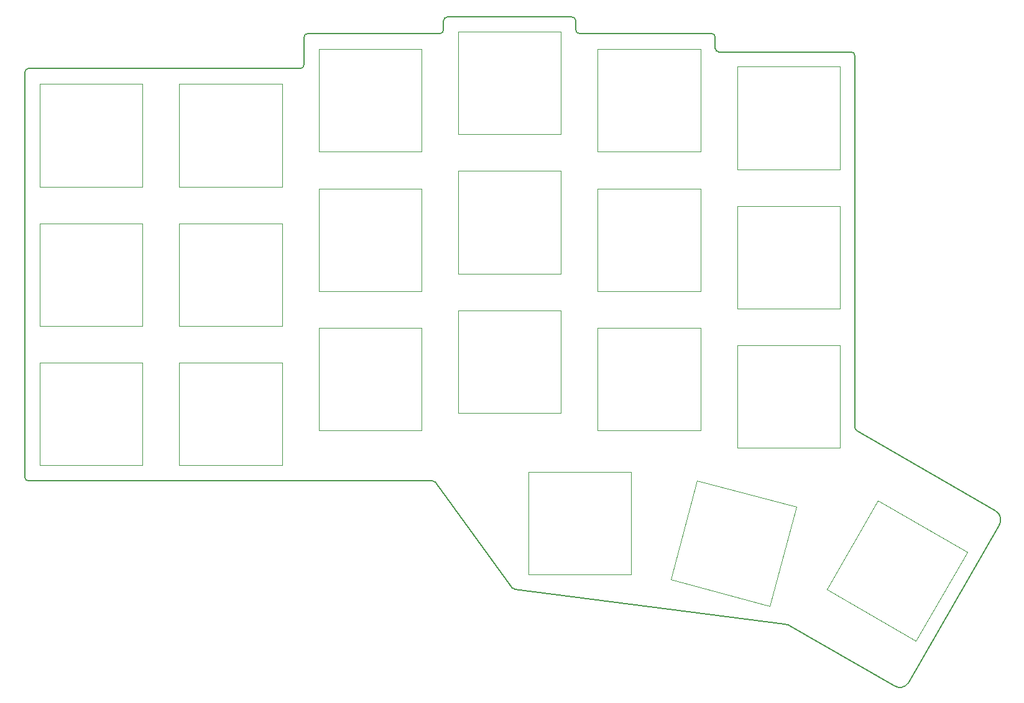
<source format=gm1>
G04 #@! TF.GenerationSoftware,KiCad,Pcbnew,8.0.3*
G04 #@! TF.CreationDate,2024-06-14T21:31:16-03:00*
G04 #@! TF.ProjectId,corne-top-plate,636f726e-652d-4746-9f70-2d706c617465,2.1*
G04 #@! TF.SameCoordinates,Original*
G04 #@! TF.FileFunction,Profile,NP*
%FSLAX46Y46*%
G04 Gerber Fmt 4.6, Leading zero omitted, Abs format (unit mm)*
G04 Created by KiCad (PCBNEW 8.0.3) date 2024-06-14 21:31:16*
%MOMM*%
%LPD*%
G01*
G04 APERTURE LIST*
G04 #@! TA.AperFunction,Profile*
%ADD10C,0.150000*%
G04 #@! TD*
G04 #@! TA.AperFunction,Profile*
%ADD11C,0.120000*%
G04 #@! TD*
G04 APERTURE END LIST*
D10*
X193270509Y-128396988D02*
G75*
G02*
X193649999Y-130324999I-770509J-1153012D01*
G01*
X118000000Y-61500000D02*
G75*
G02*
X118500000Y-61000000I500000J0D01*
G01*
X61500000Y-124250000D02*
G75*
G02*
X61000000Y-123750000I0J500000D01*
G01*
X155000000Y-65250000D02*
X155000000Y-63750000D01*
X154500000Y-63250000D02*
G75*
G02*
X155000000Y-63750000I0J-500000D01*
G01*
X165075000Y-143900000D02*
X179369251Y-152160956D01*
X117500000Y-63250000D02*
X99500000Y-63250000D01*
X136500000Y-63250000D02*
G75*
G02*
X136000000Y-62750000I0J500000D01*
G01*
X154500000Y-63250000D02*
X136500000Y-63250000D01*
X135500000Y-61000000D02*
X118500000Y-61000000D01*
X61000000Y-68500000D02*
G75*
G02*
X61500000Y-68000000I500000J0D01*
G01*
X99000000Y-63750000D02*
X99000000Y-67500000D01*
X116500000Y-124250000D02*
X61500000Y-124250000D01*
X181297263Y-151781465D02*
G75*
G02*
X179369283Y-152160908I-1152963J770465D01*
G01*
X174350000Y-117475000D02*
G75*
G02*
X173997296Y-116810192I497300J689800D01*
G01*
X127750000Y-139000000D02*
X164420556Y-143770344D01*
X181297263Y-151781465D02*
X193650000Y-130325000D01*
X116853553Y-124396447D02*
X127396447Y-138853553D01*
X173500000Y-65750000D02*
G75*
G02*
X174000000Y-66250000I0J-500000D01*
G01*
X99000000Y-67500000D02*
G75*
G02*
X98500000Y-68000000I-500000J0D01*
G01*
X174000000Y-66250000D02*
X173997282Y-116810192D01*
X116500000Y-124250000D02*
G75*
G02*
X116853553Y-124396447I0J-500000D01*
G01*
X99000000Y-63750000D02*
G75*
G02*
X99500000Y-63250000I500000J0D01*
G01*
X118000000Y-61500000D02*
X118000000Y-62750000D01*
X135500000Y-61000000D02*
G75*
G02*
X136000000Y-61500000I0J-500000D01*
G01*
X127750000Y-139000000D02*
G75*
G02*
X127396447Y-138853553I0J500000D01*
G01*
X136000000Y-62750000D02*
X136000000Y-61500000D01*
X173500000Y-65750000D02*
X155500000Y-65750000D01*
X164420556Y-143770344D02*
G75*
G02*
X165074999Y-143900002I-333156J-3398056D01*
G01*
X61000000Y-68500000D02*
X61000000Y-123750000D01*
X98500000Y-68000000D02*
X61500000Y-68000000D01*
X118000000Y-62750000D02*
G75*
G02*
X117500000Y-63250000I-500000J0D01*
G01*
X193270509Y-128396988D02*
X174350000Y-117475000D01*
X155500000Y-65750000D02*
G75*
G02*
X155000000Y-65250000I0J500000D01*
G01*
D11*
X63010000Y-70125000D02*
X63010000Y-84125000D01*
X63010000Y-84125000D02*
X77010000Y-84125000D01*
X77010000Y-70125000D02*
X63010000Y-70125000D01*
X77010000Y-84125000D02*
X77010000Y-70125000D01*
X63010000Y-89125000D02*
X63010000Y-103125000D01*
X63010000Y-103125000D02*
X77010000Y-103125000D01*
X77010000Y-89125000D02*
X63010000Y-89125000D01*
X77010000Y-103125000D02*
X77010000Y-89125000D01*
X63010000Y-108125000D02*
X63010000Y-122125000D01*
X63010000Y-122125000D02*
X77010000Y-122125000D01*
X77010000Y-108125000D02*
X63010000Y-108125000D01*
X77010000Y-122125000D02*
X77010000Y-108125000D01*
X82010000Y-70125000D02*
X82010000Y-84125000D01*
X82010000Y-84125000D02*
X96010000Y-84125000D01*
X96010000Y-70125000D02*
X82010000Y-70125000D01*
X96010000Y-84125000D02*
X96010000Y-70125000D01*
X82010000Y-108125000D02*
X82010000Y-122125000D01*
X82010000Y-122125000D02*
X96010000Y-122125000D01*
X96010000Y-108125000D02*
X82010000Y-108125000D01*
X96010000Y-122125000D02*
X96010000Y-108125000D01*
X82010000Y-89125000D02*
X82010000Y-103125000D01*
X82010000Y-103125000D02*
X96010000Y-103125000D01*
X96010000Y-89125000D02*
X82010000Y-89125000D01*
X96010000Y-103125000D02*
X96010000Y-89125000D01*
X101010000Y-65375000D02*
X101010000Y-79375000D01*
X101010000Y-79375000D02*
X115010000Y-79375000D01*
X115010000Y-65375000D02*
X101010000Y-65375000D01*
X115010000Y-79375000D02*
X115010000Y-65375000D01*
X101010000Y-103375000D02*
X101010000Y-117375000D01*
X101010000Y-117375000D02*
X115010000Y-117375000D01*
X115010000Y-103375000D02*
X101010000Y-103375000D01*
X115010000Y-117375000D02*
X115010000Y-103375000D01*
X101010000Y-84375000D02*
X101010000Y-98375000D01*
X101010000Y-98375000D02*
X115010000Y-98375000D01*
X115010000Y-84375000D02*
X101010000Y-84375000D01*
X115010000Y-98375000D02*
X115010000Y-84375000D01*
X120010000Y-63000000D02*
X120010000Y-77000000D01*
X120010000Y-77000000D02*
X134010000Y-77000000D01*
X134010000Y-63000000D02*
X120010000Y-63000000D01*
X134010000Y-77000000D02*
X134010000Y-63000000D01*
X120010000Y-101000000D02*
X120010000Y-115000000D01*
X120010000Y-115000000D02*
X134010000Y-115000000D01*
X134010000Y-101000000D02*
X120010000Y-101000000D01*
X134010000Y-115000000D02*
X134010000Y-101000000D01*
X120010000Y-82000000D02*
X120010000Y-96000000D01*
X120010000Y-96000000D02*
X134010000Y-96000000D01*
X134010000Y-82000000D02*
X120010000Y-82000000D01*
X134010000Y-96000000D02*
X134010000Y-82000000D01*
X139010000Y-103375000D02*
X139010000Y-117375000D01*
X139010000Y-117375000D02*
X153010000Y-117375000D01*
X153010000Y-103375000D02*
X139010000Y-103375000D01*
X153010000Y-117375000D02*
X153010000Y-103375000D01*
X139010000Y-65375000D02*
X139010000Y-79375000D01*
X139010000Y-79375000D02*
X153010000Y-79375000D01*
X153010000Y-65375000D02*
X139010000Y-65375000D01*
X153010000Y-79375000D02*
X153010000Y-65375000D01*
X139010000Y-84375000D02*
X139010000Y-98375000D01*
X139010000Y-98375000D02*
X153010000Y-98375000D01*
X153010000Y-84375000D02*
X139010000Y-84375000D01*
X153010000Y-98375000D02*
X153010000Y-84375000D01*
X158010000Y-86750000D02*
X158010000Y-100750000D01*
X158010000Y-100750000D02*
X172010000Y-100750000D01*
X172010000Y-86750000D02*
X158010000Y-86750000D01*
X172010000Y-100750000D02*
X172010000Y-86750000D01*
X158010000Y-67750000D02*
X158010000Y-81750000D01*
X158010000Y-81750000D02*
X172010000Y-81750000D01*
X172010000Y-67750000D02*
X158010000Y-67750000D01*
X172010000Y-81750000D02*
X172010000Y-67750000D01*
X158010000Y-105750000D02*
X158010000Y-119750000D01*
X158010000Y-119750000D02*
X172010000Y-119750000D01*
X172010000Y-105750000D02*
X158010000Y-105750000D01*
X172010000Y-119750000D02*
X172010000Y-105750000D01*
X129530000Y-123035000D02*
X129530000Y-137035000D01*
X129530000Y-137035000D02*
X143530000Y-137035000D01*
X143530000Y-123035000D02*
X129530000Y-123035000D01*
X143530000Y-137035000D02*
X143530000Y-123035000D01*
X148918786Y-137693747D02*
X162441747Y-141317214D01*
X152542253Y-124170786D02*
X148918786Y-137693747D01*
X162441747Y-141317214D02*
X166065214Y-127794253D01*
X166065214Y-127794253D02*
X152542253Y-124170786D01*
X170187822Y-139047178D02*
X182312178Y-146047178D01*
X177187822Y-126922822D02*
X170187822Y-139047178D01*
X182312178Y-146047178D02*
X189312178Y-133922822D01*
X189312178Y-133922822D02*
X177187822Y-126922822D01*
M02*

</source>
